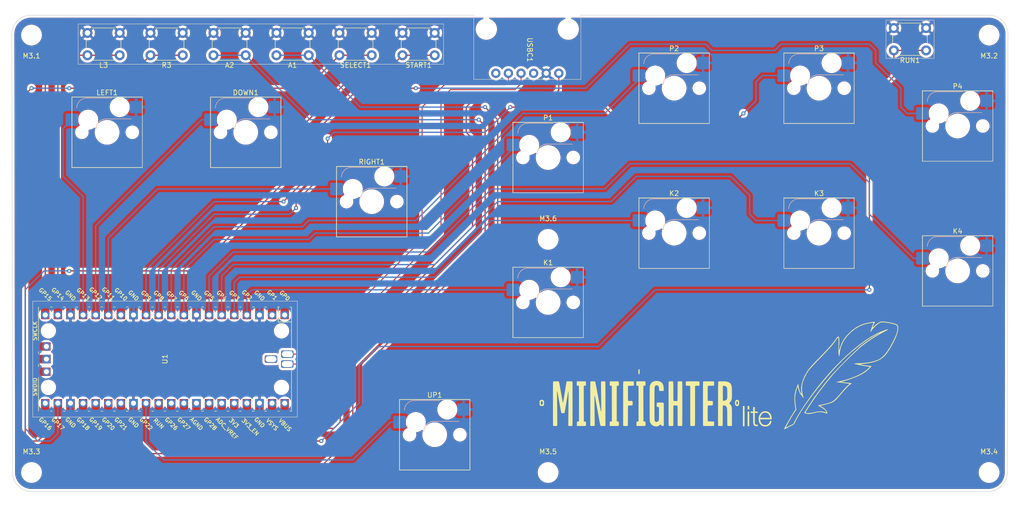
<source format=kicad_pcb>
(kicad_pcb (version 20211014) (generator pcbnew)
  (layers (0 "F.Cu" signal) (31 "B.Cu" signal) (34 "B.Paste" user) (35 "F.Paste" user) (36 "B.SilkS" user "B.Silkscreen") (37 "F.SilkS" user "F.Silkscreen") (38 "B.Mask" user) (39 "F.Mask" user) (44 "Edge.Cuts" user))
  (net 0 "")
  (net 1 "GP20")
  (net 2 "GND")
  (net 3 "GP21")
  (net 4 "GP 3")
  (net 8 "GP 6")
  (net 9 "GP 7")
  (net 10 "GP 8")
  (net 11 "GP 9")
  (net 12 "GP 5")
  (net 13 "GP11")
  (net 14 "GP12")
  (net 15 "GP13")
  (net 16 "GP 4")
  (net 17 "RUN")
  (net 18 "GP16")
  (net 19 "GP17")
  (net 20 "GP 2")
  (net 26 "+5V")
  (net 31 "D+")
  (net 32 "D-")
  (net 34 "GP15")
  (net 35 "GP14")
  (net 39 "GP22")
  (footprint "MountingHole:MountingHole_3.2mm_M3" (layer "F.Cu") (at 129.54 82 180)
    (fp_text reference "M3.1")
    (fp_text value "MountingHole")
  )
  (footprint "MountingHole:MountingHole_3.2mm_M3" (layer "F.Cu") (at 322.58 170.18)
    (fp_text reference "M3.4")
    (fp_text value "MountingHole")
  )
  (footprint "Pi_Pico_W_BIG_TP_HOLE:Pi_Pico_W_BIG_TP_HOLE" (layer "F.Cu") (at 156.445 147.32 -90)
    (fp_text reference "U1")
    (fp_text value "Pico")
  )
  (footprint "Button_Switch_THT:SW_PUSH_6mm" (layer "F.Cu") (at 185.42 86.07 180)
    (fp_text reference "A1")
    (fp_text value "SW_SPST")
  )
  (footprint "MountingHole:MountingHole_3.2mm_M3" (layer "F.Cu") (at 233.68 123.19)
    (fp_text reference "M3.6")
    (fp_text value "MountingHole")
  )
  (footprint "Switch_Keyboard_Hotswap_Kailh:SW_Hotswap_Kailh_MX" (layer "F.Cu") (at 288.29 92.71)
    (fp_text reference "P3")
    (fp_text value "SW_SPST")
  )
  (footprint "Button_Switch_THT:SW_PUSH_6mm" (layer "F.Cu") (at 172.72 86.07 180)
    (fp_text reference "A2")
    (fp_text value "SW_SPST")
  )
  (footprint "Switch_Keyboard_Hotswap_Kailh:SW_Hotswap_Kailh_MX" (layer "F.Cu") (at 288.29 121.92)
    (fp_text reference "K3")
    (fp_text value "SW_SPST")
  )
  (footprint "Switch_Keyboard_Hotswap_Kailh:SW_Hotswap_Kailh_MX" (layer "F.Cu") (at 259.08 121.92)
    (fp_text reference "K2")
    (fp_text value "SW_SPST")
  )
  (footprint "Button_Switch_THT:SW_PUSH_6mm" (layer "F.Cu") (at 160.02 86.07 180)
    (fp_text reference "R3")
    (fp_text value "SW_SPST")
  )
  (footprint "USB-C-6-PIN:treedix usb-c" (layer "F.Cu") (at 229.49 84.96875 -90)
    (fp_text reference "USBC1")
    (fp_text value "Conn_01x06")
  )
  (footprint "Switch_Keyboard_Hotswap_Kailh:SW_Hotswap_Kailh_MX" (layer "F.Cu") (at 172.72 101.6)
    (fp_text reference "DOWN1")
    (fp_text value "SW_SPST")
  )
  (footprint "Switch_Keyboard_Hotswap_Kailh:SW_Hotswap_Kailh_MX" (layer "F.Cu") (at 198.12 115.57)
    (fp_text reference "RIGHT1")
    (fp_text value "SW_SPST")
  )
  (footprint "Button_Switch_THT:SW_PUSH_6mm" (layer "F.Cu") (at 198.12 86.07 180)
    (fp_text reference "SELECT1")
    (fp_text value "SW_SPST")
  )
  (footprint "LOGO" (layer "F.Cu") (at 292.1 149.86)
    (fp_text reference "_")
    (fp_text value "LOGO" hide)
  )
  (footprint "Switch_Keyboard_Hotswap_Kailh:SW_Hotswap_Kailh_MX" (layer "F.Cu") (at 316.23 100.33)
    (fp_text reference "P4")
    (fp_text value "SW_SPST")
  )
  (footprint "Switch_Keyboard_Hotswap_Kailh:SW_Hotswap_Kailh_MX" (layer "F.Cu") (at 233.68 135.89)
    (fp_text reference "K1")
    (fp_text value "SW_SPST")
  )
  (footprint "Button_Switch_THT:SW_PUSH_6mm" (layer "F.Cu") (at 309.88 85.09 180)
    (fp_text reference "RUN1")
    (fp_text value "SW_SPST")
  )
  (footprint "Switch_Keyboard_Hotswap_Kailh:SW_Hotswap_Kailh_MX" (layer "F.Cu") (at 259.08 92.71)
    (fp_text reference "P2")
    (fp_text value "SW_SPST")
  )
  (footprint "Switch_Keyboard_Hotswap_Kailh:SW_Hotswap_Kailh_MX" (layer "F.Cu") (at 144.78 101.6)
    (fp_text reference "LEFT1")
    (fp_text value "SW_SPST")
  )
  (footprint "Switch_Keyboard_Hotswap_Kailh:SW_Hotswap_Kailh_MX" (layer "F.Cu") (at 233.68 106.68)
    (fp_text reference "P1")
    (fp_text value "SW_SPST")
  )
  (footprint "Button_Switch_THT:SW_PUSH_6mm" (layer "F.Cu") (at 147.32 86.07 180)
    (fp_text reference "L3")
    (fp_text value "SW_SPST")
  )
  (footprint "MountingHole:MountingHole_3.2mm_M3" (layer "F.Cu") (at 129.54 170.18)
    (fp_text reference "M3.3")
    (fp_text value "MountingHole")
  )
  (footprint "Button_Switch_THT:SW_PUSH_6mm" (layer "F.Cu") (at 210.82 86.07 180)
    (fp_text reference "START1")
    (fp_text value "SW_SPST")
  )
  (footprint "LOGO" (layer "F.Cu") (at 275.795 158.79)
    (fp_text reference "0")
    (fp_text value "LOGO" hide)
  )
  (footprint "MountingHole:MountingHole_3.2mm_M3" (layer "F.Cu") (at 233.68 170.18)
    (fp_text reference "M3.5")
    (fp_text value "MountingHole")
  )
  (footprint "Switch_Keyboard_Hotswap_Kailh:SW_Hotswap_Kailh_MX" (layer "F.Cu") (at 210.82 162.56)
    (fp_text reference "UP1")
    (fp_text value "SW_SPST")
  )
  (footprint "MountingHole:MountingHole_3.2mm_M3" (layer "F.Cu") (at 322.58 82 180)
    (fp_text reference "M3.2")
    (fp_text value "MountingHole")
  )
  (footprint "Switch_Keyboard_Hotswap_Kailh:SW_Hotswap_Kailh_MX" (layer "F.Cu") (at 316.23 129.54)
    (fp_text reference "K4")
    (fp_text value "SW_SPST")
  )
  (footprint "LOGO" (layer "F.Cu") (at 252.73 156.21)
    (fp_text reference "O")
    (fp_text value "LOGO" hide)
  )
  (gr_rect (start 295.3766 129.032) (end 281.2034 114.8588) (layer "Edge.Cuts") (width 0.1) (fill none))
  (gr_rect (start 151.8666 108.6866) (end 137.6934 94.5134) (layer "Edge.Cuts") (width 0.1) (fill none))
  (gr_line (start 125.73 170.18) (end 125.575923 81.81) (layer "Edge.Cuts") (width 0.1))
  (gr_arc (start 322.58 78) (mid 325.274077 79.115923) (end 326.39 81.81) (layer "Edge.Cuts") (width 0.1))
  (gr_line (start 218.694 90.932) (end 240.284 90.932) (layer "Edge.Cuts") (width 0.1))
  (gr_rect (start 217.9066 169.672) (end 203.7334 155.4988) (layer "Edge.Cuts") (width 0.1) (fill none))
  (gr_rect (start 129.794 135.636) (end 183.134 159.004) (layer "Edge.Cuts") (width 0.1) (fill none))
  (gr_line (start 129.54 173.99) (end 322.425923 173.99) (layer "Edge.Cuts") (width 0.1))
  (gr_arc (start 129.54 173.99) (mid 126.845923 172.874077) (end 125.73 170.18) (layer "Edge.Cuts") (width 0.1))
  (gr_rect (start 240.7666 143.002) (end 226.5934 128.8288) (layer "Edge.Cuts") (width 0.1) (fill none))
  (gr_line (start 218.694 77.978) (end 129.385923 78) (layer "Edge.Cuts") (width 0.1))
  (gr_rect (start 138.938 79.756) (end 212.598 87.884) (layer "Edge.Cuts") (width 0.1) (fill none))
  (gr_line (start 326.235923 170.18) (end 326.39 81.81) (layer "Edge.Cuts") (width 0.1))
  (gr_rect (start 179.8066 108.712) (end 165.6334 94.5388) (layer "Edge.Cuts") (width 0.1) (fill none))
  (gr_rect (start 323.3166 107.442) (end 309.1434 93.2688) (layer "Edge.Cuts") (width 0.1) (fill none))
  (gr_rect (start 311.5 86.7) (end 301.79 78.99) (layer "Edge.Cuts") (width 0.1) (fill none))
  (gr_arc (start 125.575923 81.81) (mid 126.691846 79.115923) (end 129.385923 78) (layer "Edge.Cuts") (width 0.1))
  (gr_rect (start 205.2066 122.682) (end 191.0334 108.5088) (layer "Edge.Cuts") (width 0.1) (fill none))
  (gr_rect (start 323.3166 136.652) (end 309.1434 122.4788) (layer "Edge.Cuts") (width 0.1) (fill none))
  (gr_arc (start 326.235923 170.18) (mid 325.120001 172.874085) (end 322.425923 173.99) (layer "Edge.Cuts") (width 0.1))
  (gr_rect (start 240.7666 113.792) (end 226.5934 99.6188) (layer "Edge.Cuts") (width 0.1) (fill none))
  (gr_line (start 240.284 90.932) (end 240.284 77.978) (layer "Edge.Cuts") (width 0.1))
  (gr_rect (start 266.1666 99.822) (end 251.9934 85.6488) (layer "Edge.Cuts") (width 0.1) (fill none))
  (gr_rect (start 266.1666 129.032) (end 251.9934 114.8588) (layer "Edge.Cuts") (width 0.1) (fill none))
  (gr_line (start 218.694 77.978) (end 218.694 90.932) (layer "Edge.Cuts") (width 0.1))
  (gr_line (start 240.284 77.978) (end 322.58 78) (layer "Edge.Cuts") (width 0.1))
  (gr_rect (start 295.3766 99.822) (end 281.2034 85.6488) (layer "Edge.Cuts") (width 0.1) (fill none))
  (segment (start 145.015 161.525) (end 145.015 156.21) (width 0.25) (layer "F.Cu") (net 1))
  (segment (start 223.52 99.06) (end 223.52 121.92) (width 0.25) (layer "F.Cu") (net 1))
  (segment (start 220.98 96.52) (end 223.52 99.06) (width 0.25) (layer "F.Cu") (net 1))
  (segment (start 196.85 160.02) (end 187.96 168.91) (width 0.25) (layer "F.Cu") (net 1))
  (segment (start 152.4 168.91) (end 145.015 161.525) (width 0.25) (layer "F.Cu") (net 1))
  (segment (start 187.96 168.91) (end 152.4 168.91) (width 0.25) (layer "F.Cu") (net 1))
  (segment (start 196.85 148.59) (end 196.85 160.02) (width 0.25) (layer "F.Cu") (net 1))
  (segment (start 223.52 121.92) (end 196.85 148.59) (width 0.25) (layer "F.Cu") (net 1))
  (via (at 220.98 96.52) (size 0.8) (drill 0.4) (layers "F.Cu" "B.Cu") (net 1))
  (segment (start 195.87 96.52) (end 185.42 86.07) (width 0.25) (layer "B.Cu") (net 1))
  (segment (start 185.42 86.07) (end 178.92 86.07) (width 0.25) (layer "B.Cu") (net 1))
  (segment (start 220.98 96.52) (end 195.87 96.52) (width 0.25) (layer "B.Cu") (net 1))
  (segment (start 194.31 148.59) (end 194.31 160.02) (width 0.25) (layer "F.Cu") (net 3))
  (segment (start 187.96 166.37) (end 153.67 166.37) (width 0.25) (layer "F.Cu") (net 3))
  (segment (start 147.555 160.255) (end 147.555 156.21) (width 0.25) (layer "F.Cu") (net 3))
  (segment (start 220.98 100.33) (end 220.98 121.92) (width 0.25) (layer "F.Cu") (net 3))
  (segment (start 194.31 160.02) (end 187.96 166.37) (width 0.25) (layer "F.Cu") (net 3))
  (segment (start 153.67 166.37) (end 147.555 160.255) (width 0.25) (layer "F.Cu") (net 3))
  (segment (start 219.71 99.06) (end 220.98 100.33) (width 0.25) (layer "F.Cu") (net 3))
  (segment (start 220.98 121.92) (end 194.31 148.59) (width 0.25) (layer "F.Cu") (net 3))
  (via (at 219.71 99.06) (size 0.8) (drill 0.4) (layers "F.Cu" "B.Cu") (net 3))
  (segment (start 172.72 86.07) (end 166.22 86.07) (width 0.25) (layer "B.Cu") (net 3))
  (segment (start 185.71 99.06) (end 172.72 86.07) (width 0.25) (layer "B.Cu") (net 3))
  (segment (start 219.71 99.06) (end 185.71 99.06) (width 0.25) (layer "B.Cu") (net 3))
  (segment (start 170.415 138.43) (end 170.415 131.845) (width 0.25) (layer "B.Cu") (net 4))
  (segment (start 210.82 130.81) (end 222.25 119.38) (width 0.25) (layer "B.Cu") (net 4))
  (segment (start 171.45 130.81) (end 210.82 130.81) (width 0.25) (layer "B.Cu") (net 4))
  (segment (start 222.25 119.38) (end 251.995 119.38) (width 0.25) (layer "B.Cu") (net 4))
  (segment (start 170.415 131.845) (end 171.45 130.81) (width 0.25) (layer "B.Cu") (net 4))
  (segment (start 160.255 138.43) (end 160.255 129.305) (width 0.25) (layer "B.Cu") (net 8))
  (segment (start 186.69 121.92) (end 209.55 121.92) (width 0.25) (layer "B.Cu") (net 8))
  (segment (start 160.255 129.305) (end 166.37 123.19) (width 0.25) (layer "B.Cu") (net 8))
  (segment (start 209.55 121.92) (end 226.595 104.875) (width 0.25) (layer "B.Cu") (net 8))
  (segment (start 185.42 123.19) (end 186.69 121.92) (width 0.25) (layer "B.Cu") (net 8))
  (segment (start 166.37 123.19) (end 185.42 123.19) (width 0.25) (layer "B.Cu") (net 8))
  (segment (start 226.595 104.875) (end 226.595 104.14) (width 0.25) (layer "B.Cu") (net 8))
  (segment (start 251.995 90.905) (end 251.995 90.17) (width 0.25) (layer "B.Cu") (net 9))
  (segment (start 245.11 97.79) (end 251.995 90.905) (width 0.25) (layer "B.Cu") (net 9))
  (segment (start 185.42 119.38) (end 207.01 119.38) (width 0.25) (layer "B.Cu") (net 9))
  (segment (start 166.37 120.65) (end 184.15 120.65) (width 0.25) (layer "B.Cu") (net 9))
  (segment (start 228.6 97.79) (end 245.11 97.79) (width 0.25) (layer "B.Cu") (net 9))
  (segment (start 184.15 120.65) (end 185.42 119.38) (width 0.25) (layer "B.Cu") (net 9))
  (segment (start 157.715 138.43) (end 157.715 129.305) (width 0.25) (layer "B.Cu") (net 9))
  (segment (start 207.01 119.38) (end 228.6 97.79) (width 0.25) (layer "B.Cu") (net 9))
  (segment (start 157.715 129.305) (end 166.37 120.65) (width 0.25) (layer "B.Cu") (net 9))
  (segment (start 182.88 115.57) (end 189.23 109.22) (width 0.25) (layer "F.Cu") (net 10))
  (segment (start 189.23 109.22) (end 189.23 102.87) (width 0.25) (layer "F.Cu") (net 10))
  (segment (start 250.19 101.6) (end 267.97 101.6) (width 0.25) (layer "F.Cu") (net 10))
  (segment (start 269.24 101.6) (end 273.05 97.79) (width 0.25) (layer "F.Cu") (net 10))
  (segment (start 245.11 96.52) (end 250.19 101.6) (width 0.25) (layer "F.Cu") (net 10))
  (segment (start 182.88 115.57) (end 182.88 116.84) (width 0.25) (layer "F.Cu") (net 10))
  (segment (start 267.97 101.6) (end 269.24 101.6) (width 0.25) (layer "F.Cu") (net 10))
  (segment (start 226.06 96.52) (end 245.11 96.52) (width 0.25) (layer "F.Cu") (net 10))
  (via (at 182.88 116.84) (size 0.8) (drill 0.4) (layers "F.Cu" "B.Cu") (net 10))
  (via (at 189.23 102.87) (size 0.8) (drill 0.4) (layers "F.Cu" "B.Cu") (net 10))
  (via (at 226.06 96.52) (size 0.8) (drill 0.4) (layers "F.Cu" "B.Cu") (net 10))
  (via (at 273.05 97.79) (size 0.8) (drill 0.4) (layers "F.Cu" "B.Cu") (net 10))
  (segment (start 275.59 95.25) (end 275.59 91.44) (width 0.25) (layer "B.Cu") (net 10))
  (segment (start 189.23 102.87) (end 190.5 101.6) (width 0.25) (layer "B.Cu") (net 10))
  (segment (start 155.175 129.305) (end 166.37 118.11) (width 0.25) (layer "B.Cu") (net 10))
  (segment (start 190.5 101.6) (end 219.71 101.6) (width 0.25) (layer "B.Cu") (net 10))
  (segment (start 276.86 90.17) (end 281.205 90.17) (width 0.25) (layer "B.Cu") (net 10))
  (segment (start 155.175 138.43) (end 155.175 129.305) (width 0.25) (layer "B.Cu") (net 10))
  (segment (start 220.98 101.6) (end 226.06 96.52) (width 0.25) (layer "B.Cu") (net 10))
  (segment (start 181.61 118.11) (end 182.88 116.84) (width 0.25) (layer "B.Cu") (net 10))
  (segment (start 219.71 101.6) (end 220.98 101.6) (width 0.25) (layer "B.Cu") (net 10))
  (segment (start 273.05 97.79) (end 275.59 95.25) (width 0.25) (layer "B.Cu") (net 10))
  (segment (start 166.37 118.11) (end 181.61 118.11) (width 0.25) (layer "B.Cu") (net 10))
  (segment (start 275.59 91.44) (end 276.86 90.17) (width 0.25) (layer "B.Cu") (net 10))
  (segment (start 207.01 92.71) (end 195.58 92.71) (width 0.25) (layer "F.Cu") (net 11))
  (segment (start 195.58 92.71) (end 186.69 101.6) (width 0.25) (layer "F.Cu") (net 11))
  (segment (start 186.69 109.22) (end 180.34 115.57) (width 0.25) (layer "F.Cu") (net 11))
  (segment (start 186.69 101.6) (end 186.69 109.22) (width 0.25) (layer "F.Cu") (net 11))
  (via (at 207.01 92.71) (size 0.8) (drill 0.4) (layers "F.Cu" "B.Cu") (net 11))
  (via (at 180.34 115.57) (size 0.8) (drill 0.4) (layers "F.Cu" "B.Cu") (net 11))
  (segment (start 152.635 138.43) (end 152.635 129.305) (width 0.25) (layer "B.Cu") (net 11))
  (segment (start 304.8 96.52) (end 306.07 97.79) (width 0.25) (layer "B.Cu") (net 11))
  (segment (start 265.43 83.82) (end 266.7 85.09) (width 0.25) (layer "B.Cu") (net 11))
  (segment (start 304.8 92.71) (end 304.8 96.52) (width 0.25) (layer "B.Cu") (net 11))
  (segment (start 241.3 92.71) (end 250.19 83.82) (width 0.25) (layer "B.Cu") (net 11))
  (segment (start 279.4 85.09) (end 280.67 83.82) (width 0.25) (layer "B.Cu") (net 11))
  (segment (start 306.07 97.79) (end 309.145 97.79) (width 0.25) (layer "B.Cu") (net 11))
  (segment (start 207.01 92.71) (end 241.3 92.71) (width 0.25) (layer "B.Cu") (net 11))
  (segment (start 266.7 85.09) (end 279.4 85.09) (width 0.25) (layer "B.Cu") (net 11))
  (segment (start 299.72 87.63) (end 304.8 92.71) (width 0.25) (layer "B.Cu") (net 11))
  (segment (start 166.37 115.57) (end 180.34 115.57) (width 0.25) (layer "B.Cu") (net 11))
  (segment (start 250.19 83.82) (end 265.43 83.82) (width 0.25) (layer "B.Cu") (net 11))
  (segment (start 298.45 83.82) (end 299.72 85.09) (width 0.25) (layer "B.Cu") (net 11))
  (segment (start 299.72 85.09) (end 299.72 87.63) (width 0.25) (layer "B.Cu") (net 11))
  (segment (start 152.635 129.305) (end 166.37 115.57) (width 0.25) (layer "B.Cu") (net 11))
  (segment (start 280.67 83.82) (end 298.45 83.82) (width 0.25) (layer "B.Cu") (net 11))
  (segment (start 245.11 113.03) (end 250.19 107.95) (width 0.25) (layer "B.Cu") (net 12))
  (segment (start 298.45 111.76) (end 298.45 118.11) (width 0.25) (layer "B.Cu") (net 12))
  (segment (start 294.64 107.95) (end 298.45 111.76) (width 0.25) (layer "B.Cu") (net 12))
  (segment (start 298.45 118.11) (end 307.34 127) (width 0.25) (layer "B.Cu") (net 12))
  (segment (start 209.55 125.73) (end 222.25 113.03) (width 0.25) (layer "B.Cu") (net 12))
  (segment (start 222.25 113.03) (end 245.11 113.03) (width 0.25) (layer "B.Cu") (net 12))
  (segment (start 165.335 138.43) (end 165.335 130.575) (width 0.25) (layer "B.Cu") (net 12))
  (segment (start 250.19 107.95) (end 294.64 107.95) (width 0.25) (layer "B.Cu") (net 12))
  (segment (start 170.18 125.73) (end 209.55 125.73) (width 0.25) (layer "B.Cu") (net 12))
  (segment (start 307.34 127) (end 309.145 127) (width 0.25) (layer "B.Cu") (net 12))
  (segment (start 165.335 130.575) (end 170.18 125.73) (width 0.25) (layer "B.Cu") (net 12))
  (segment (start 154.94 113.03) (end 191.035 113.03) (width 0.25) (layer "B.Cu") (net 13))
  (segment (start 145.015 122.955) (end 154.94 113.03) (width 0.25) (layer "B.Cu") (net 13))
  (segment (start 145.015 138.43) (end 145.015 122.955) (width 0.25) (layer "B.Cu") (net 13))
  (segment (start 142.475 120.415) (end 163.83 99.06) (width 0.25) (layer "B.Cu") (net 14))
  (segment (start 142.475 138.43) (end 142.475 120.415) (width 0.25) (layer "B.Cu") (net 14))
  (segment (start 163.83 99.06) (end 165.635 99.06) (width 0.25) (layer "B.Cu") (net 14))
  (segment (start 139.935 114.555) (end 139.945 114.545) (width 0.25) (layer "B.Cu") (net 15))
  (segment (start 139.935 138.43) (end 139.935 114.555) (width 0.25) (layer "B.Cu") (net 15))
  (segment (start 135.89 100.865) (end 137.695 99.06) (width 0.25) (layer "B.Cu") (net 15))
  (segment (start 135.89 110.49) (end 135.89 100.865) (width 0.25) (layer "B.Cu") (net 15))
  (segment (start 139.945 114.545) (end 135.89 110.49) (width 0.25) (layer "B.Cu") (net 15))
  (segment (start 170.18 128.27) (end 210.82 128.27) (width 0.25) (layer "B.Cu") (net 16))
  (segment (start 223.52 115.57) (end 246.38 115.57) (width 0.25) (layer "B.Cu") (net 16))
  (segment (start 251.46 110.49) (end 270.51 110.49) (width 0.25) (layer "B.Cu") (net 16))
  (segment (start 275.59 119.38) (end 281.205 119.38) (width 0.25) (layer "B.Cu") (net 16))
  (segment (start 270.51 110.49) (end 274.32 114.3) (width 0.25) (layer "B.Cu") (net 16))
  (segment (start 274.32 118.11) (end 275.59 119.38) (width 0.25) (layer "B.Cu") (net 16))
  (segment (start 167.875 138.43) (end 167.875 130.575) (width 0.25) (layer "B.Cu") (net 16))
  (segment (start 246.38 115.57) (end 251.46 110.49) (width 0.25) (layer "B.Cu") (net 16))
  (segment (start 274.32 114.3) (end 274.32 118.11) (width 0.25) (layer "B.Cu") (net 16))
  (segment (start 210.82 128.27) (end 223.52 115.57) (width 0.25) (layer "B.Cu") (net 16))
  (segment (start 167.875 130.575) (end 170.18 128.27) (width 0.25) (layer "B.Cu") (net 16))
  (segment (start 187.96 163.83) (end 156.21 163.83) (width 0.25) (layer "F.Cu") (net 17))
  (segment (start 155.175 162.795) (end 155.175 156.21) (width 0.25) (layer "F.Cu") (net 17))
  (segment (start 298.45 133.35) (end 298.45 95.25) (width 0.25) (layer "F.Cu") (net 17))
  (segment (start 156.21 163.83) (end 155.175 162.795) (width 0.25) (layer "F.Cu") (net 17))
  (segment (start 303.38 85.09) (end 309.88 85.09) (width 0.25) (layer "F.Cu") (net 17))
  (segment (start 303.38 90.32) (end 303.38 85.09) (width 0.25) (layer "F.Cu") (net 17))
  (segment (start 298.45 95.25) (end 303.38 90.32) (width 0.25) (layer "F.Cu") (net 17))
  (via (at 298.45 133.35) (size 0.8) (drill 0.4) (layers "F.Cu" "B.Cu") (net 17))
  (via (at 187.96 163.83) (size 0.8) (drill 0.4) (layers "F.Cu" "B.Cu") (net 17))
  (segment (start 243.84 144.78) (end 255.27 133.35) (width 0.25) (layer "B.Cu") (net 17))
  (segment (start 187.96 163.83) (end 195.58 156.21) (width 0.25) (layer "B.Cu") (net 17))
  (segment (start 195.58 156.21) (end 195.58 148.59) (width 0.25) (layer "B.Cu") (net 17))
  (segment (start 195.58 148.59) (end 199.39 144.78) (width 0.25) (layer "B.Cu") (net 17))
  (segment (start 255.27 133.35) (end 298.45 133.35) (width 0.25) (layer "B.Cu") (net 17))
  (segment (start 199.39 144.78) (end 243.84 144.78) (width 0.25) (layer "B.Cu") (net 17))
  (segment (start 132.315 162.325) (end 132.315 156.21) (width 0.25) (layer "F.Cu") (net 18))
  (segment (start 191.62 86.07) (end 198.12 86.07) (width 0.25) (layer "F.Cu") (net 18))
  (segment (start 128.27 162.56) (end 129.54 163.83) (width 0.25) (layer "F.Cu") (net 18))
  (segment (start 137.16 92.71) (end 184.98 92.71) (width 0.25) (layer "F.Cu") (net 18))
  (segment (start 184.98 92.71) (end 191.62 86.07) (width 0.25) (layer "F.Cu") (net 18))
  (segment (start 129.54 163.83) (end 130.81 163.83) (width 0.25) (layer "F.Cu") (net 18))
  (segment (start 128.27 93.98) (end 128.27 162.56) (width 0.25) (layer "F.Cu") (net 18))
  (segment (start 130.81 163.83) (end 132.315 162.325) (width 0.25) (layer "F.Cu") (net 18))
  (segment (start 129.54 92.71) (end 128.27 93.98) (width 0.25) (layer "F.Cu") (net 18))
  (via (at 137.16 92.71) (size 0.8) (drill 0.4) (layers "F.Cu" "B.Cu") (net 18))
  (via (at 129.54 92.71) (size 0.8) (drill 0.4) (layers "F.Cu" "B.Cu") (net 18))
  (segment (start 129.54 92.71) (end 137.16 92.71) (width 0.25) (layer "B.Cu") (net 18))
  (segment (start 182.88 109.22) (end 182.88 101.6) (width 0.25) (layer "F.Cu") (net 19))
  (segment (start 182.88 101.6) (end 194.31 90.17) (width 0.25) (layer "F.Cu") (net 19))
  (segment (start 200.22 90.17) (end 204.32 86.07) (width 0.25) (layer "F.Cu") (net 19))
  (segment (start 204.32 86.07) (end 210.82 86.07) (width 0.25) (layer "F.Cu") (net 19))
  (segment (start 162.56 129.54) (end 182.88 109.22) (width 0.25) (layer "F.Cu") (net 19))
  (segment (start 194.31 90.17) (end 200.22 90.17) (width 0.25) (layer "F.Cu") (net 19))
  (segment (start 137.16 129.54) (end 162.56 129.54) (width 0.25) (layer "F.Cu") (net 19))
  (via (at 137.16 129.54) (size 0.8) (drill 0.4) (layers "F.Cu" "B.Cu") (net 19))
  (segment (start 130.81 163.83) (end 133.35 163.83) (width 0.25) (layer "B.Cu") (net 19))
  (segment (start 132.08 129.54) (end 128.27 133.35) (width 0.25) (layer "B.Cu") (net 19))
  (segment (start 134.855 162.325) (end 134.855 156.21) (width 0.25) (layer "B.Cu") (net 19))
  (segment (start 128.27 133.35) (end 128.27 161.29) (width 0.25) (layer "B.Cu") (net 19))
  (segment (start 133.35 163.83) (end 134.855 162.325) (width 0.25) (layer "B.Cu") (net 19))
  (segment (start 137.16 129.54) (end 132.08 129.54) (width 0.25) (layer "B.Cu") (net 19))
  (segment (start 128.27 161.29) (end 130.81 163.83) (width 0.25) (layer "B.Cu") (net 19))
  (segment (start 173.99 133.35) (end 226.595 133.35) (width 0.25) (layer "B.Cu") (net 20))
  (segment (start 172.955 134.385) (end 173.99 133.35) (width 0.25) (layer "B.Cu") (net 20))
  (segment (start 172.955 138.43) (end 172.955 134.385) (width 0.25) (layer "B.Cu") (net 20))
  (segment (start 218.44 102.87) (end 218.44 120.65) (width 0.25) (layer "F.Cu") (net 26))
  (segment (start 227.33 93.98) (end 220.98 93.98) (width 0.25) (layer "F.Cu") (net 26))
  (segment (start 218.44 120.65) (end 191.77 147.32) (width 0.25) (layer "F.Cu") (net 26))
  (segment (start 235.85 93.08) (end 233.68 95.25) (width 0.25) (layer "F.Cu") (net 26))
  (segment (start 235.84 89.69875) (end 235.84 93.07) (width 0.25) (layer "F.Cu") (net 26))
  (segment (start 228.6 95.25) (end 227.33 93.98) (width 0.25) (layer "F.Cu") (net 26))
  (segment (start 218.44 95.25) (end 217.17 96.52) (width 0.25) (layer "F.Cu") (net 26))
  (segment (start 180.575 160.255) (end 180.575 156.21) (width 0.25) (layer "F.Cu") (net 26))
  (segment (start 191.77 147.32) (end 191.77 160.02) (width 0.25) (layer "F.Cu") (net 26))
  (segment (start 233.68 95.25) (end 228.6 95.25) (width 0.25) (layer "F.Cu") (net 26))
  (segment (start 220.98 93.98) (end 219.71 95.25) (width 0.25) (layer "F.Cu") (net 26))
  (segment (start 191.77 160.02) (end 190.5 161.29) (width 0.25) (layer "F.Cu") (net 26))
  (segment (start 190.5 161.29) (end 181.61 161.29) (width 0.25) (layer "F.Cu") (net 26))
  (segment (start 217.17 101.6) (end 218.44 102.87) (width 0.25) (layer "F.Cu") (net 26))
  (segment (start 217.17 96.52) (end 217.17 101.6) (width 0.25) (layer "F.Cu") (net 26))
  (segment (start 235.84 93.07) (end 235.85 93.08) (width 0.25) (layer "F.Cu") (net 26))
  (segment (start 219.71 95.25) (end 218.44 95.25) (width 0.25) (layer "F.Cu") (net 26))
  (segment (start 181.61 161.29) (end 180.575 160.255) (width 0.25) (layer "F.Cu") (net 26))
  (segment (start 185.15 146.32) (end 181.115 146.32) (width 0.2) (layer "F.Cu") (net 31))
  (segment (start 208.28 123.19) (end 185.15 146.32) (width 0.2) (layer "F.Cu") (net 31))
  (segment (start 208.28 96.52) (end 208.28 123.19) (width 0.2) (layer "F.Cu") (net 31))
  (segment (start 225 92) (end 212.8 92) (width 0.2) (layer "F.Cu") (net 31))
  (segment (start 225.68 89.69875) (end 225.68 91.32) (width 0.2) (layer "F.Cu") (net 31))
  (segment (start 212.8 92) (end 208.28 96.52) (width 0.2) (layer "F.Cu") (net 31))
  (segment (start 225.68 91.32) (end 225 92) (width 0.2) (layer "F.Cu") (net 31))
  (segment (start 225.69 89.43) (end 225.69 90.31) (width 0.2) (layer "F.Cu") (net 31))
  (segment (start 212.09 121.92) (end 185.69 148.32) (width 0.2) (layer "F.Cu") (net 32))
  (segment (start 228.22 89.69875) (end 228.22 91.78) (width 0.2) (layer "F.Cu") (net 32))
  (segment (start 214 93) (end 212.09 94.91) (width 0.2) (layer "F.Cu") (net 32))
  (segment (start 228.22 91.78) (end 227 93) (width 0.2) (layer "F.Cu") (net 32))
  (segment (start 227 93) (end 214 93) (width 0.2) (layer "F.Cu") (net 32))
  (segment (start 212.09 94.91) (end 212.09 121.92) (width 0.2) (layer "F.Cu") (net 32))
  (segment (start 185.69 148.32) (end 181.095 148.32) (width 0.2) (layer "F.Cu") (net 32))
  (segment (start 133.64 86.07) (end 132.315 87.395) (width 0.25) (layer "F.Cu") (net 34))
  (segment (start 140.82 86.07) (end 147.32 86.07) (width 0.25) (layer "F.Cu") (net 34))
  (segment (start 132.315 87.395) (end 132.315 138.43) (width 0.25) (layer "F.Cu") (net 34))
  (segment (start 140.82 86.07) (end 133.64 86.07) (width 0.25) (layer "F.Cu") (net 34))
  (segment (start 153.52 86.07) (end 160.02 86.07) (width 0.25) (layer "F.Cu") (net 35))
  (segment (start 135.89 88.9) (end 150.69 88.9) (width 0.25) (layer "F.Cu") (net 35))
  (segment (start 134.855 89.935) (end 135.89 88.9) (width 0.25) (layer "F.Cu") (net 35))
  (segment (start 134.855 138.43) (end 134.855 89.935) (width 0.25) (layer "F.Cu") (net 35))
  (segment (start 150.69 88.9) (end 153.52 86.07) (width 0.25) (layer "F.Cu") (net 35))
  (segment (start 156.21 167.64) (end 152.635 164.065) (width 0.25) (layer "B.Cu") (net 39))
  (segment (start 194.31 167.64) (end 156.21 167.64) (width 0.25) (layer "B.Cu") (net 39))
  (segment (start 152.635 164.065) (end 152.635 156.21) (width 0.25) (layer "B.Cu") (net 39))
  (segment (start 201.93 160.02) (end 194.31 167.64) (width 0.25) (layer "B.Cu") (net 39))
  (segment (start 203.735 160.02) (end 201.93 160.02) (width 0.25) (layer "B.Cu") (net 39))
  (zone (net 2) (net_name "GND") (layers F&B.Cu) (connect_pads (clearance 0.508)) (min_thickness 0.254) (fill yes (thermal_gap 0.508) (thermal_bridge_width 0.508))
    (polygon (pts (xy 327.66 181.61) (xy 123.19 181.61) (xy 123.19 74.93) (xy 327.66 74.93)))
  )
)
</source>
